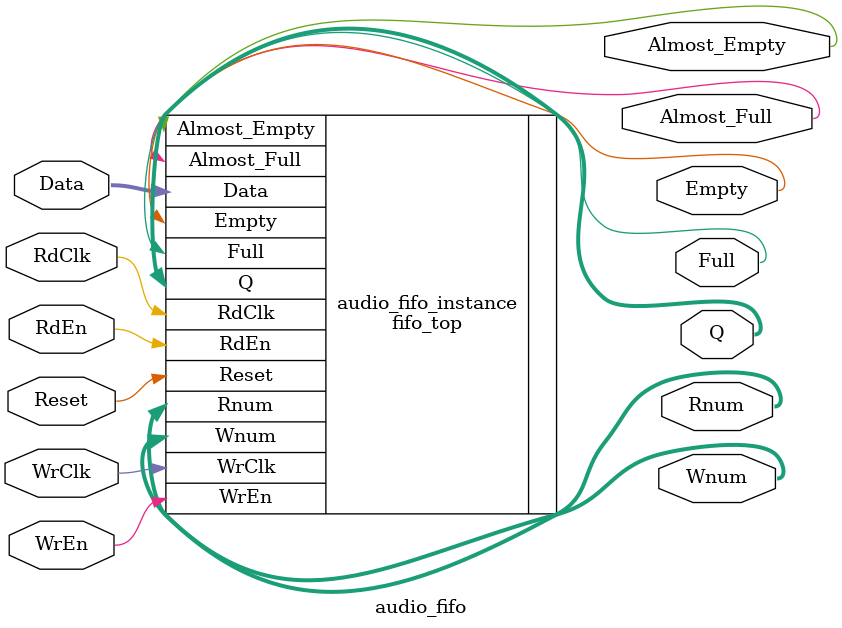
<source format=v>
module audio_fifo (
    input wire [31:0] Data,
    input wire Reset,
    input wire WrClk,
    input wire RdClk,
    input wire WrEn,
    input wire RdEn,
    output wire [8:0] Wnum,
    output wire [8:0] Rnum,
    output wire Almost_Empty,
    output wire Almost_Full,
    output wire [31:0] Q,
    output wire Empty,
    output wire Full
);

    fifo_top audio_fifo_instance (
        .Data(Data),            // input [31:0] Data 输入数据
        .Reset(Reset),          // input Reset 复位信号
        .WrClk(WrClk),          // input WrClk 写时钟
        .RdClk(RdClk),          // input RdClk 读时钟
        .WrEn(WrEn),            // input WrEn 写使能信号
        .RdEn(RdEn),            // input RdEn 读使能信号
        .Wnum(Wnum),            // output [8:0] Wnum 写入数据量指示
        .Rnum(Rnum),            // output [8:0] Rnum 读取数据量指示
        .Almost_Empty(Almost_Empty), // output Almost_Empty 几乎空信号
        .Almost_Full(Almost_Full),   // output Almost_Full 几乎满信号
        .Q(Q),                  // output [31:0] Q 读出的数据
        .Empty(Empty),          // output Empty FIFO 为空指示
        .Full(Full)             // output Full FIFO 已满指示
    );

endmodule

</source>
